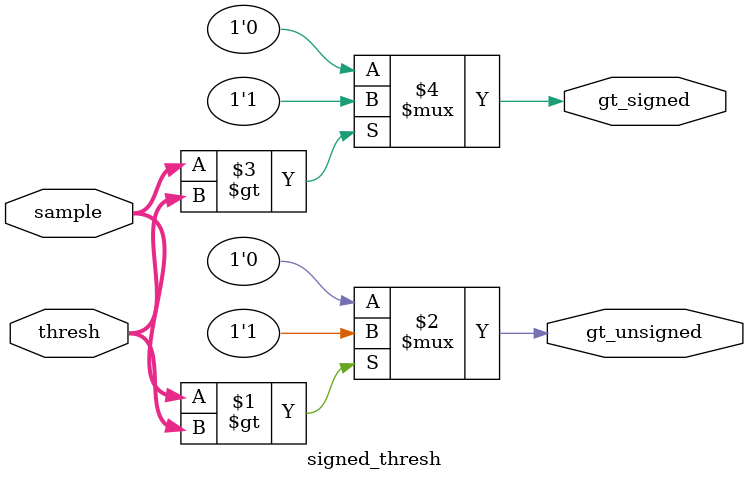
<source format=v>
module signed_thresh(
    input [7:0]sample,thresh,
    output gt_unsigned,gt_signed
);
    assign gt_unsigned = (sample>thresh)? 1'b1:1'b0;
    assign gt_signed = ($signed(sample)>$signed(thresh))?1'b1:1'b0;

endmodule

</source>
